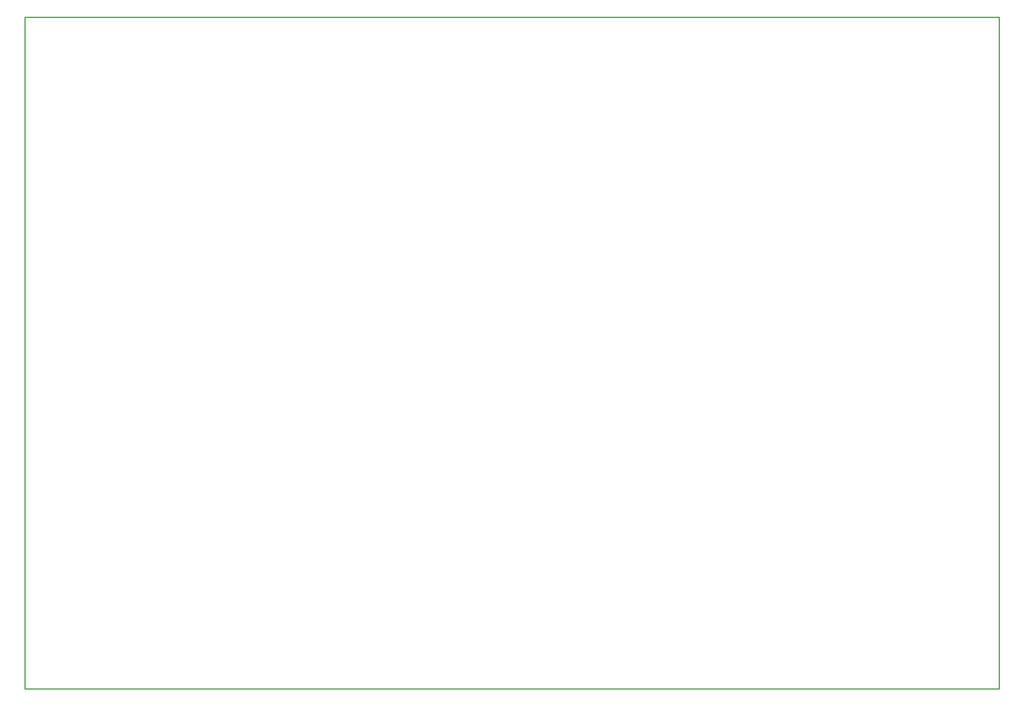
<source format=gm1>
%FSLAX42Y42*%
%MOMM*%
G71*
G01*
G75*
G04 Layer_Color=16711935*
%ADD10C,0.10*%
%ADD11C,0.30*%
%ADD12R,1.60X1.00*%
%ADD13R,1.00X1.60*%
%ADD14R,0.90X1.00*%
%ADD15R,1.00X0.90*%
%ADD16O,2.20X0.60*%
%ADD17R,2.60X1.70*%
%ADD18R,2.00X2.00*%
%ADD19R,2.00X2.00*%
%ADD20R,0.25X0.25*%
%ADD21R,4.00X4.50*%
%ADD22R,1.60X1.00*%
%ADD23R,1.00X1.60*%
%ADD24R,3.00X1.50*%
%ADD25R,1.30X1.52*%
%ADD26R,2.54X3.05*%
%ADD27O,0.60X2.20*%
%ADD28R,0.60X1.50*%
%ADD29R,1.20X0.60*%
%ADD30R,0.35X1.80*%
%ADD31O,0.35X1.80*%
%ADD32R,1.05X2.00*%
%ADD33R,10.55X8.40*%
%ADD34R,2.00X5.00*%
G04:AMPARAMS|DCode=35|XSize=0.3mm|YSize=1.8mm|CornerRadius=0mm|HoleSize=0mm|Usage=FLASHONLY|Rotation=45.000|XOffset=0mm|YOffset=0mm|HoleType=Round|Shape=Round|*
%AMOVALD35*
21,1,1.50,0.30,0.00,0.00,135.0*
1,1,0.30,0.53,-0.53*
1,1,0.30,-0.53,0.53*
%
%ADD35OVALD35*%

G04:AMPARAMS|DCode=36|XSize=0.3mm|YSize=1.8mm|CornerRadius=0mm|HoleSize=0mm|Usage=FLASHONLY|Rotation=135.000|XOffset=0mm|YOffset=0mm|HoleType=Round|Shape=Round|*
%AMOVALD36*
21,1,1.50,0.30,0.00,0.00,225.0*
1,1,0.30,0.53,0.53*
1,1,0.30,-0.53,-0.53*
%
%ADD36OVALD36*%

%ADD37R,1.60X1.60*%
%ADD38C,1.50*%
%ADD39C,1.00*%
%ADD40C,0.25*%
%ADD41C,0.35*%
%ADD42C,3.00*%
%ADD43C,0.75*%
%ADD44C,2.00*%
%ADD45C,1.25*%
%ADD46C,0.50*%
%ADD47R,1.50X1.50*%
%ADD48C,6.00*%
%ADD49C,1.60*%
%ADD50C,4.00*%
%ADD51C,2.30*%
%ADD52R,2.30X2.30*%
%ADD53R,1.50X1.50*%
%ADD54C,1.85*%
%ADD55R,1.85X1.85*%
%ADD56C,2.40*%
%ADD57R,3.20X3.20*%
%ADD58C,3.20*%
%ADD59C,3.00*%
%ADD60C,3.10*%
%ADD61R,1.70X1.70*%
%ADD62C,1.70*%
%ADD63R,1.70X1.70*%
%ADD64C,2.00*%
%ADD65R,1.80X1.80*%
%ADD66C,1.80*%
%ADD67C,1.40*%
%ADD68C,1.52*%
%ADD69R,1.52X1.52*%
%ADD70C,3.80*%
%ADD71C,5.00*%
%ADD72C,2.50*%
%ADD73C,2.20*%
%ADD74R,3.05X3.05*%
%ADD75C,3.05*%
G04:AMPARAMS|DCode=76|XSize=2.5mm|YSize=2.5mm|CornerRadius=0.63mm|HoleSize=0mm|Usage=FLASHONLY|Rotation=0.000|XOffset=0mm|YOffset=0mm|HoleType=Round|Shape=RoundedRectangle|*
%AMROUNDEDRECTD76*
21,1,2.50,1.25,0,0,0.0*
21,1,1.25,2.50,0,0,0.0*
1,1,1.25,0.63,-0.63*
1,1,1.25,-0.63,-0.63*
1,1,1.25,-0.63,0.63*
1,1,1.25,0.63,0.63*
%
%ADD76ROUNDEDRECTD76*%
G04:AMPARAMS|DCode=77|XSize=2.5mm|YSize=2.5mm|CornerRadius=0.63mm|HoleSize=0mm|Usage=FLASHONLY|Rotation=90.000|XOffset=0mm|YOffset=0mm|HoleType=Round|Shape=RoundedRectangle|*
%AMROUNDEDRECTD77*
21,1,2.50,1.25,0,0,90.0*
21,1,1.25,2.50,0,0,90.0*
1,1,1.25,0.63,0.63*
1,1,1.25,0.63,-0.63*
1,1,1.25,-0.63,-0.63*
1,1,1.25,-0.63,0.63*
%
%ADD77ROUNDEDRECTD77*%
%ADD78C,2.80*%
%ADD79R,2.80X2.80*%
%ADD80R,3.05X3.05*%
%ADD81R,2.30X2.30*%
%ADD82R,1.78X1.78*%
%ADD83C,1.78*%
%ADD84C,1.27*%
%ADD85R,1.80X1.60*%
%ADD86R,1.60X1.80*%
%ADD87C,2.54*%
D40*
X-3Y3D02*
Y15557D01*
Y3D02*
X22555D01*
X-3Y15557D02*
X22555D01*
Y3D02*
Y15557D01*
M02*

</source>
